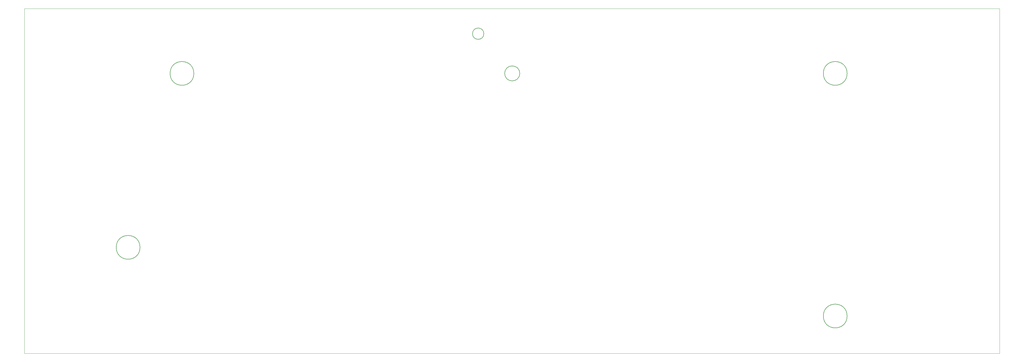
<source format=gm1>
G04 #@! TF.GenerationSoftware,KiCad,Pcbnew,(5.1.4)-1*
G04 #@! TF.CreationDate,2019-11-16T22:40:46+09:00*
G04 #@! TF.ProjectId,yurei,79757265-692e-46b6-9963-61645f706362,1.0*
G04 #@! TF.SameCoordinates,Original*
G04 #@! TF.FileFunction,Profile,NP*
%FSLAX46Y46*%
G04 Gerber Fmt 4.6, Leading zero omitted, Abs format (unit mm)*
G04 Created by KiCad (PCBNEW (5.1.4)-1) date 2019-11-16 22:40:46*
%MOMM*%
%LPD*%
G04 APERTURE LIST*
%ADD10C,0.200000*%
%ADD11C,0.050000*%
G04 APERTURE END LIST*
D10*
X199831250Y-81925000D02*
G75*
G03X199831250Y-81925000I-2000000J0D01*
G01*
X212531250Y-95975000D02*
G75*
G03X212531250Y-95975000I-2650000J0D01*
G01*
X78181250Y-157528500D02*
G75*
G03X78181250Y-157528500I-4200000J0D01*
G01*
X97231250Y-95975000D02*
G75*
G03X97231250Y-95975000I-4200000J0D01*
G01*
X328356250Y-181828499D02*
G75*
G03X328356250Y-181828499I-4200000J0D01*
G01*
X328356250Y-95975000D02*
G75*
G03X328356250Y-95975000I-4200000J0D01*
G01*
D11*
X37306250Y-195025000D02*
X37306250Y-73025000D01*
X382306250Y-195025000D02*
X37306250Y-195025000D01*
X382306250Y-73025000D02*
X382306250Y-195025000D01*
X37306250Y-73025000D02*
X382306250Y-73025000D01*
M02*

</source>
